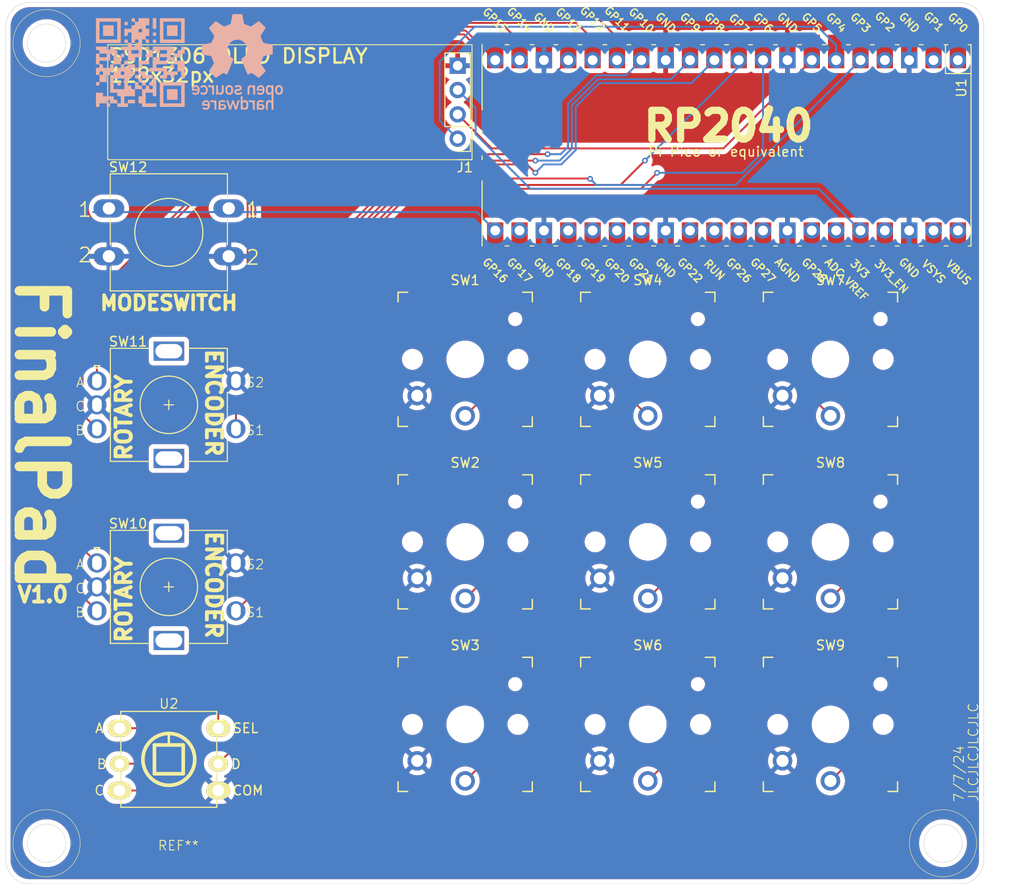
<source format=kicad_pcb>
(kicad_pcb (version 20240108) (generator "pcbnew") (generator_version "8.0")
  (title_block (title "FinalPad") (date "2024-07-06") (rev "1.0") (company "Shawn Malluwa-Wadu"))
  (layers (0 "F.Cu" signal) (31 "B.Cu" signal) (34 "B.Paste" user) (35 "F.Paste" user) (36 "B.SilkS" user "B.Silkscreen") (37 "F.SilkS" user "F.Silkscreen") (38 "B.Mask" user) (39 "F.Mask" user) (44 "Edge.Cuts" user))
  (net 0 "")
  (net 1 "GND")
  (net 2 "Net-(U1-GPIO17)")
  (net 3 "Net-(U1-GPIO20)")
  (net 4 "Net-(U1-GPIO26_ADC0)")
  (net 5 "Net-(U1-GPIO18)")
  (net 6 "Net-(U1-GPIO21)")
  (net 7 "Net-(U1-GPIO27_ADC1)")
  (net 8 "Net-(U1-GPIO19)")
  (net 9 "Net-(U1-GPIO22)")
  (net 10 "Net-(U1-GPIO28_ADC2)")
  (net 11 "Net-(U1-GPIO9)")
  (net 12 "Net-(U1-GPIO7)")
  (net 13 "Net-(U1-GPIO8)")
  (net 14 "Net-(U1-GPIO6)")
  (net 15 "Net-(U1-GPIO3)")
  (net 16 "Net-(J1-Pin_1)")
  (net 17 "Net-(J1-Pin_2)")
  (net 18 "3v3")
  (net 19 "Net-(U1-GPIO12)")
  (net 20 "Net-(U1-GPIO10)")
  (net 21 "Net-(U1-GPIO11)")
  (net 22 "Net-(U1-GPIO14)")
  (net 23 "Net-(U1-GPIO15)")
  (net 24 "Net-(U1-GPIO13)")
  (net 25 "Net-(U1-GPIO16)")
  (footprint "Macropad_Library:SW_PG1350" (layer "F.Cu") (at 212.55 96.8)
    (property "Reference" "SW8" (at 0 -8.255 0) (layer "F.SilkS"))
    (property "Value" "Kailh Choc")
    (pad "" np_thru_hole circle (at -5.5 0) (size 1.7018 1.7018) (drill 1.7018) (layers "*.Cu" "*.Mask"))
    (pad "" np_thru_hole circle (at 0 0) (size 3.429 3.429) (drill 3.429) (layers "*.Cu" "*.Mask"))
    (pad "" np_thru_hole circle (at 5.22 -4.2) (size 0.9906 0.9906) (drill 0.9906) (layers "*.Cu" "*.Mask"))
    (pad "" np_thru_hole circle (at 5.5 0) (size 1.7018 1.7018) (drill 1.7018) (layers "*.Cu" "*.Mask"))
    (pad "1" thru_hole circle (at 0 5.9) (size 2.032 2.032) (drill 1.27) (layers "*.Cu" "*.Mask") (net 9 "Net-(U1-GPIO22)"))
    (pad "2" thru_hole circle (at -5 3.8) (size 2.032 2.032) (drill 1.27) (layers "*.Cu" "*.Mask") (net 1 "GND"))
  )
  (footprint "Macropad_Library:RotaryEncoder" (layer "F.Cu") (at 143.54 82.5)
    (property "Reference" "SW11" (at -4.25 -6.6 0) (layer "F.SilkS"))
    (property "Value" "RotaryEncoder_Switch")
    (fp_text user "ENCODER" (at 3.75 -6 -90) (layer "F.SilkS") (effects (font (size 1.6 1.6) (thickness 0.4) (bold yes)) (justify left bottom)))
    (fp_text user "A" (at -9.25 -1.75 0) (layer "F.SilkS") (effects (font (thickness 0.1)) (justify bottom)))
    (fp_text user "B" (at -9.25 3.25 0) (layer "F.SilkS") (effects (font (thickness 0.1)) (justify bottom)))
    (fp_text user "S2" (at 9 -1.75 0) (layer "F.SilkS") (effects (font (thickness 0.1)) (justify bottom)))
    (fp_text user "C" (at -9.25 0.75 0) (layer "F.SilkS") (effects (font (thickness 0.1)) (justify bottom)))
    (fp_text user "S1" (at 9 3.25 0) (layer "F.SilkS") (effects (font (thickness 0.1)) (justify bottom)))
    (fp_text user "ROTARY" (at -3.75 6 90) (layer "F.SilkS") (effects (font (size 1.6 1.6) (thickness 0.4) (bold yes)) (justify left bottom)))
    (pad "A" thru_hole circle (at -7.5 -2.5) (size 2 2) (drill oval 1 1.5) (layers "*.Cu" "*.Mask") (net 23 "Net-(U1-GPIO15)"))
    (pad "B" thru_hole circle (at -7.5 2.5) (size 2 2) (drill oval 1 1.5) (layers "*.Cu" "*.Mask") (net 22 "Net-(U1-GPIO14)"))
    (pad "C" thru_hole circle (at -7.5 0) (size 2 2) (drill oval 1 1.5) (layers "*.Cu" "*.Mask") (net 1 "GND"))
    (pad "MP" thru_hole rect (at 0 -5.6) (size 3.2 2) (drill oval 2.8 1.5) (layers "*.Cu" "*.Mask"))
    (pad "MP" thru_hole rect (at 0 5.6) (size 3.2 2) (drill oval 2.8 1.5) (layers "*.Cu" "*.Mask"))
    (pad "S1" thru_hole circle (at 7 2.5) (size 2 2) (drill oval 1 1.5) (layers "*.Cu" "*.Mask") (net 24 "Net-(U1-GPIO13)"))
    (pad "S2" thru_hole circle (at 7 -2.5) (size 2 2) (drill oval 1 1.5) (layers "*.Cu" "*.Mask") (net 1 "GND"))
  )
  (footprint "Macropad_Library:SW_PG1350" (layer "F.Cu") (at 193.5 77.75)
    (property "Reference" "SW4" (at 0 -8.255 0) (layer "F.SilkS"))
    (property "Value" "Kailh Choc")
    (pad "" np_thru_hole circle (at -5.5 0) (size 1.7018 1.7018) (drill 1.7018) (layers "*.Cu" "*.Mask"))
    (pad "" np_thru_hole circle (at 0 0) (size 3.429 3.429) (drill 3.429) (layers "*.Cu" "*.Mask"))
    (pad "" np_thru_hole circle (at 5.22 -4.2) (size 0.9906 0.9906) (drill 0.9906) (layers "*.Cu" "*.Mask"))
    (pad "" np_thru_hole circle (at 5.5 0) (size 1.7018 1.7018) (drill 1.7018) (layers "*.Cu" "*.Mask"))
    (pad "1" thru_hole circle (at 0 5.9) (size 2.032 2.032) (drill 1.27) (layers "*.Cu" "*.Mask") (net 5 "Net-(U1-GPIO18)"))
    (pad "2" thru_hole circle (at -5 3.8) (size 2.032 2.032) (drill 1.27) (layers "*.Cu" "*.Mask") (net 1 "GND"))
  )
  (footprint "Macropad_Library:SW_PG1350" (layer "F.Cu") (at 174.45 96.8)
    (property "Reference" "SW2" (at 0 -8.255 0) (layer "F.SilkS"))
    (property "Value" "Kailh Choc")
    (pad "" np_thru_hole circle (at -5.5 0) (size 1.7018 1.7018) (drill 1.7018) (layers "*.Cu" "*.Mask"))
    (pad "" np_thru_hole circle (at 0 0) (size 3.429 3.429) (drill 3.429) (layers "*.Cu" "*.Mask"))
    (pad "" np_thru_hole circle (at 5.22 -4.2) (size 0.9906 0.9906) (drill 0.9906) (layers "*.Cu" "*.Mask"))
    (pad "" np_thru_hole circle (at 5.5 0) (size 1.7018 1.7018) (drill 1.7018) (layers "*.Cu" "*.Mask"))
    (pad "1" thru_hole circle (at 0 5.9) (size 2.032 2.032) (drill 1.27) (layers "*.Cu" "*.Mask") (net 3 "Net-(U1-GPIO20)"))
    (pad "2" thru_hole circle (at -5 3.8) (size 2.032 2.032) (drill 1.27) (layers "*.Cu" "*.Mask") (net 1 "GND"))
  )
  (footprint "Macropad_Library:RotaryEncoder" (layer "F.Cu") (at 143.54 101.5)
    (property "Reference" "SW10" (at -4.25 -6.6 0) (layer "F.SilkS"))
    (property "Value" "RotaryEncoder_Switch")
    (fp_text user "S1" (at 9 3.25 0) (layer "F.SilkS") (effects (font (thickness 0.1)) (justify bottom)))
    (fp_text user "C" (at -9.25 0.75 0) (layer "F.SilkS") (effects (font (thickness 0.1)) (justify bottom)))
    (fp_text user "A" (at -9.25 -1.75 0) (layer "F.SilkS") (effects (font (thickness 0.1)) (justify bottom)))
    (fp_text user "B" (at -9.25 3.25 0) (layer "F.SilkS") (effects (font (thickness 0.1)) (justify bottom)))
    (fp_text user "S2" (at 9 -1.75 0) (layer "F.SilkS") (effects (font (thickness 0.1)) (justify bottom)))
    (fp_text user "ROTARY" (at -3.75 6 90) (layer "F.SilkS") (effects (font (size 1.6 1.6) (thickness 0.4) (bold yes)) (justify left bottom)))
    (fp_text user "ENCODER" (at 3.75 -6 -90) (layer "F.SilkS") (effects (font (size 1.6 1.6) (thickness 0.4) (bold yes)) (justify left bottom)))
    (pad "A" thru_hole circle (at -7.5 -2.5) (size 2 2) (drill oval 1 1.5) (layers "*.Cu" "*.Mask") (net 19 "Net-(U1-GPIO12)"))
    (pad "B" thru_hole circle (at -7.5 2.5) (size 2 2) (drill oval 1 1.5) (layers "*.Cu" "*.Mask") (net 21 "Net-(U1-GPIO11)"))
    (pad "C" thru_hole circle (at -7.5 0) (size 2 2) (drill oval 1 1.5) (layers "*.Cu" "*.Mask") (net 1 "GND"))
    (pad "MP" thru_hole rect (at 0 -5.6) (size 3.2 2) (drill oval 2.8 1.5) (layers "*.Cu" "*.Mask"))
    (pad "MP" thru_hole rect (at 0 5.6) (size 3.2 2) (drill oval 2.8 1.5) (layers "*.Cu" "*.Mask"))
    (pad "S1" thru_hole circle (at 7 2.5) (size 2 2) (drill oval 1 1.5) (layers "*.Cu" "*.Mask") (net 20 "Net-(U1-GPIO10)"))
    (pad "S2" thru_hole circle (at 7 -2.5) (size 2 2) (drill oval 1 1.5) (layers "*.Cu" "*.Mask") (net 1 "GND"))
  )
  (footprint "Macropad_Library:SW_PG1350" (layer "F.Cu") (at 193.5 96.8)
    (property "Reference" "SW5" (at 0 -8.255 0) (layer "F.SilkS"))
    (property "Value" "CherryMX")
    (pad "" np_thru_hole circle (at -5.5 0) (size 1.7018 1.7018) (drill 1.7018) (layers "*.Cu" "*.Mask"))
    (pad "" np_thru_hole circle (at 0 0) (size 3.429 3.429) (drill 3.429) (layers "*.Cu" "*.Mask"))
    (pad "" np_thru_hole circle (at 5.22 -4.2) (size 0.9906 0.9906) (drill 0.9906) (layers "*.Cu" "*.Mask"))
    (pad "" np_thru_hole circle (at 5.5 0) (size 1.7018 1.7018) (drill 1.7018) (layers "*.Cu" "*.Mask"))
    (pad "1" thru_hole circle (at 0 5.9) (size 2.032 2.032) (drill 1.27) (layers "*.Cu" "*.Mask") (net 6 "Net-(U1-GPIO21)"))
    (pad "2" thru_hole circle (at -5 3.8) (size 2.032 2.032) (drill 1.27) (layers "*.Cu" "*.Mask") (net 1 "GND"))
  )
  (footprint "Macropad_Library:Macropad_EdgeCut" (layer "F.Cu") (at 128.54 40.5)
    (property "Reference" "REF**" (at 16 88 0) (layer "F.SilkS") (effects (font (thickness 0.1))))
    (property "Value" "Macropad_EdgeCut")
    (fp_line (start -2 89.5) (end -2 2.5) (stroke (width 0.05)) (layer "Edge.Cuts"))
    (fp_line (start 0.5 0) (end 97.5 0) (stroke (width 0.05)) (layer "Edge.Cuts"))
    (fp_line (start 97.5 92) (end 0.5 92) (stroke (width 0.05)) (layer "Edge.Cuts"))
    (fp_line (start 100 2.5) (end 100 89.5) (stroke (width 0.05)) (layer "Edge.Cuts"))
    (fp_arc (start -2 2.5) (mid -1.267767 0.732233) (end 0.5 0) (stroke (width 0.05)) (layer "Edge.Cuts"))
    (fp_arc (start 0.5 92) (mid -1.267767 91.267767) (end -2 89.5) (stroke (width 0.05)) (layer "Edge.Cuts"))
    (fp_arc (start 97.5 0) (mid 99.267767 0.732233) (end 100 2.5) (stroke (width 0.05)) (layer "Edge.Cuts"))
    (fp_arc (start 100 89.5) (mid 99.267767 91.267767) (end 97.5 92) (stroke (width 0.05)) (layer "Edge.Cuts"))
    (fp_circle (center 2.25 4.25) (end 4.25 4.25) (stroke (width 0.05)) (fill none) (layer "Edge.Cuts"))
    (fp_circle (center 2.25 87.75) (end 4.25 87.75) (stroke (width 0.05)) (fill none) (layer "Edge.Cuts"))
    (fp_circle (center 95.75 87.75) (end 97.75 87.75) (stroke (width 0.05)) (fill none) (layer "Edge.Cuts"))
    (fp_text user "FinalPad" (at -1.25 28.25 -90) (layer "F.SilkS") (effects (font (size 5 5) (thickness 1) (bold yes)) (justify left bottom)))
    (fp_text user "7/7/24" (at 98 80.5 90) (layer "F.SilkS") (effects (font (thickness 0.1)) (justify bottom)))
    (fp_text user "V1.0" (at -1 62.75 0) (layer "F.SilkS") (effects (font (size 1.6 1.6) (thickness 0.4) (bold yes)) (justify left bottom)))
    (fp_text user "JLCJLCJLCJLC" (at 99.5 78.25 90) (layer "F.SilkS") (effects (font (thickness 0.1)) (justify bottom)))
  )
  (footprint "Macropad_Library:SSD1306" (layer "F.Cu") (at 173.664936 54.725958 180)
    (property "Reference" "J1" (at -0.75 -3 180) (layer "F.SilkS"))
    (property "Value" "Conn_01x04_Socket" (hide yes))
    (fp_text user "128x32px" (at 36.5 5.75 0) (layer "F.SilkS") (effects (font (size 1.5 1.5) (thickness 0.25) (bold yes)) (justify left bottom)))
    (fp_text user "SSD1306 OLED DISPLAY" (at 36.5 7.75 0) (layer "F.SilkS") (effects (font (size 1.5 1.5) (thickness 0.25) (bold yes)) (justify left bottom)))
    (pad "1" thru_hole circle (at 0 0 180) (size 1.7 1.7) (drill 1) (layers "*.Cu" "*.Mask") (net 16 "Net-(J1-Pin_1)"))
    (pad "2" thru_hole circle (at 0 2.54 180) (size 1.7 1.7) (drill 1) (layers "*.Cu" "*.Mask") (net 17 "Net-(J1-Pin_2)"))
    (pad "3" thru_hole oval (at 0 5.08 180) (size 1.7 1.7) (drill 1) (layers "*.Cu" "*.Mask") (net 18 "3v3"))
    (pad "4" thru_hole rect (at 0 7.62 180) (size 1.7 1.7) (drill 1) (layers "*.Cu" "*.Mask") (net 1 "GND"))
  )
  (footprint "Macropad_Library:SW_PG1350" (layer "F.Cu") (at 174.45 115.85)
    (property "Reference" "SW3" (at 0 -8.255 0) (layer "F.SilkS"))
    (property "Value" "Kailh Choc")
    (pad "" np_thru_hole circle (at -5.5 0) (size 1.7018 1.7018) (drill 1.7018) (layers "*.Cu" "*.Mask"))
    (pad "" np_thru_hole circle (at 0 0) (size 3.429 3.429) (drill 3.429) (layers "*.Cu" "*.Mask"))
    (pad "" np_thru_hole circle (at 5.22 -4.2) (size 0.9906 0.9906) (drill 0.9906) (layers "*.Cu" "*.Mask"))
    (pad "" np_thru_hole circle (at 5.5 0) (size 1.7018 1.7018) (drill 1.7018) (layers "*.Cu" "*.Mask"))
    (pad "1" thru_hole circle (at 0 5.9) (size 2.032 2.032) (drill 1.27) (layers "*.Cu" "*.Mask") (net 4 "Net-(U1-GPIO26_ADC0)"))
    (pad "2" thru_hole circle (at -5 3.8) (size 2.032 2.032) (drill 1.27) (layers "*.Cu" "*.Mask") (net 1 "GND"))
  )
  (footprint "Macropad_Library:SW_PG1350" (layer "F.Cu") (at 212.55 77.75)
    (property "Reference" "SW7" (at 0 -8.255 0) (layer "F.SilkS"))
    (property "Value" "Kailh Choc")
    (pad "" np_thru_hole circle (at -5.5 0) (size 1.7018 1.7018) (drill 1.7018) (layers "*.Cu" "*.Mask"))
    (pad "" np_thru_hole circle (at 0 0) (size 3.429 3.429) (drill 3.429) (layers "*.Cu" "*.Mask"))
    (pad "" np_thru_hole circle (at 5.22 -4.2) (size 0.9906 0.9906) (drill 0.9906) (layers "*.Cu" "*.Mask"))
    (pad "" np_thru_hole circle (at 5.5 0) (size 1.7018 1.7018) (drill 1.7018) (layers "*.Cu" "*.Mask"))
    (pad "1" thru_hole circle (at 0 5.9) (size 2.032 2.032) (drill 1.27) (layers "*.Cu" "*.Mask") (net 8 "Net-(U1-GPIO19)"))
    (pad "2" thru_hole circle (at -5 3.8) (size 2.032 2.032) (drill 1.27) (layers "*.Cu" "*.Mask") (net 1 "GND"))
  )
  (footprint "Macropad_Library:SW_PG1350" (layer "F.Cu") (at 193.5 115.85)
    (property "Reference" "SW6" (at 0 -8.255 0) (layer "F.SilkS"))
    (property "Value" "Kailh Choc")
    (pad "" np_thru_hole circle (at -5.5 0) (size 1.7018 1.7018) (drill 1.7018) (layers "*.Cu" "*.Mask"))
    (pad "" np_thru_hole circle (at 0 0) (size 3.429 3.429) (drill 3.429) (layers "*.Cu" "*.Mask"))
    (pad "" np_thru_hole circle (at 5.22 -4.2) (size 0.9906 0.9906) (drill 0.9906) (layers "*.Cu" "*.Mask"))
    (pad "" np_thru_hole circle (at 5.5 0) (size 1.7018 1.7018) (drill 1.7018) (layers "*.Cu" "*.Mask"))
    (pad "1" thru_hole circle (at 0 5.9) (size 2.032 2.032) (drill 1.27) (layers "*.Cu" "*.Mask") (net 7 "Net-(U1-GPIO27_ADC1)"))
    (pad "2" thru_hole circle (at -5 3.8) (size 2.032 2.032) (drill 1.27) (layers "*.Cu" "*.Mask") (net 1 "GND"))
  )
  (footprint "Macropad_Library:SW_PG1350" (layer "F.Cu") (at 212.55 115.85)
    (property "Reference" "SW9" (at 0 -8.255 0) (layer "F.SilkS"))
    (property "Value" "Kailh Choc")
    (pad "" np_thru_hole circle (at -5.5 0) (size 1.7018 1.7018) (drill 1.7018) (layers "*.Cu" "*.Mask"))
    (pad "" np_thru_hole circle (at 0 0) (size 3.429 3.429) (drill 3.429) (layers "*.Cu" "*.Mask"))
    (pad "" np_thru_hole circle (at 5.22 -4.2) (size 0.9906 0.9906) (drill 0.9906) (layers "*.Cu" "*.Mask"))
    (pad "" np_thru_hole circle (at 5.5 0) (size 1.7018 1.7018) (drill 1.7018) (layers "*.Cu" "*.Mask"))
    (pad "1" thru_hole circle (at 0 5.9) (size 2.032 2.032) (drill 1.27) (layers "*.Cu" "*.Mask") (net 10 "Net-(U1-GPIO28_ADC2)"))
    (pad "2" thru_hole circle (at -5 3.8) (size 2.032 2.032) (drill 1.27) (layers "*.Cu" "*.Mask") (net 1 "GND"))
  )
  (footprint "Macropad_Library:SW_PUSH-12mm" (layer "F.Cu") (at 143.54 64.5)
    (property "Reference" "SW12" (at -4.25 -6.8 0) (layer "F.SilkS"))
    (property "Value" "SW_Push")
    (fp_text user "1" (at 8.75 -1.5 0) (layer "F.SilkS") (effects (font (size 1.5 1.5)) (justify bottom)))
    (fp_text user "2" (at -8.75 3.25 0) (layer "F.SilkS") (effects (font (size 1.5 1.5)) (justify bottom)))
    (fp_text user "1" (at -8.75 -1.5 0) (layer "F.SilkS") (effects (font (size 1.5 1.5)) (justify bottom)))
    (fp_text user "2" (at 8.75 3.5 0) (layer "F.SilkS") (effects (font (size 1.5 1.5)) (justify bottom)))
    (fp_text user "MODESWITCH" (at 0 8.25 0) (layer "F.SilkS") (effects (font (size 1.5 1.5) (thickness 0.375) (bold yes)) (justify bottom)))
    (pad "1" thru_hole oval (at -6.25 -2.5) (size 3.2 1.9) (drill 1.3) (layers "*.Cu" "*.Mask") (net 25 "Net-(U1-GPIO16)"))
    (pad "1" thru_hole oval (at 6.25 -2.5) (size 3.2 1.9) (drill 1.3) (layers "*.Cu" "*.Mask") (net 25 "Net-(U1-GPIO16)"))
    (pad "2" thru_hole oval (at -6.25 2.5) (size 3.2 1.9) (drill 1.3) (layers "*.Cu" "*.Mask") (net 1 "GND"))
    (pad "2" thru_hole oval (at 6.25 2.5) (size 3.2 1.9) (drill 1.3) (layers "*.Cu" "*.Mask") (net 1 "GND"))
  )
  (footprint "Macropad_Library:SW_PG1350" (layer "F.Cu") (at 174.45 77.75)
    (property "Reference" "SW1" (at 0 -8.255 0) (layer "F.SilkS"))
    (property "Value" "Kailh Choc")
    (pad "" np_thru_hole circle (at -5.5 0) (size 1.7018 1.7018) (drill 1.7018) (layers "*.Cu" "*.Mask"))
    (pad "" np_thru_hole circle (at 0 0) (size 3.429 3.429) (drill 3.429) (layers "*.Cu" "*.Mask"))
    (pad "" np_thru_hole circle (at 5.22 -4.2) (size 0.9906 0.9906) (drill 0.9906) (layers "*.Cu" "*.Mask"))
    (pad "" np_thru_hole circle (at 5.5 0) (size 1.7018 1.7018) (drill 1.7018) (layers "*.Cu" "*.Mask"))
    (pad "1" thru_hole circle (at 0 5.9) (size 2.032 2.032) (drill 1.27) (layers "*.Cu" "*.Mask") (net 2 "Net-(U1-GPIO17)"))
    (pad "2" thru_hole circle (at -5 3.8) (size 2.032 2.032) (drill 1.27) (layers "*.Cu" "*.Mask") (net 1 "GND"))
  )
  (footprint "Macropad_Library:RPi_Pico_SMD_TH" (layer "F.Cu") (at 201.712 55.417 -90)
    (property "Reference" "U1" (at -6 -24.5 90) (layer "F.SilkS"))
    (property "Value" "Pico")
    (fp_text user "GP22" (at 13.054 3.81 135) (layer "F.SilkS") (effects (font (size 0.8 0.8))))
    (fp_text user "GP9" (at -12.8 3.81 135) (layer "F.SilkS") (effects (font (size 0.8 0.8))))
    (fp_text user "GP19" (at 13.054 13.97 135) (layer "F.SilkS") (effects (font (size 0.8 0.8))))
    (fp_text user "GP13" (at -13.054 16.51 135) (layer "F.SilkS") (effects (font (size 0.8 0.8))))
    (fp_text user "GND" (at -12.8 -19.05 135) (layer "F.SilkS") (effects (font (size 0.8 0.8))))
    (fp_text user "3V3_EN" (at 13.7 -17.2 135) (layer "F.SilkS") (effects (font (size 0.8 0.8))))
    (fp_text user "GP15" (at -13.054 24.13 135) (layer "F.SilkS") (effects (font (size 0.8 0.8))))
    (fp_text user "GP26" (at 13.054 -1.27 135) (layer "F.SilkS") (effects (font (size 0.8 0.8))))
    (fp_text user "GP7" (at -12.7 -1.3 135) (layer "F.SilkS") (effects (font (size 0.8 0.8))))
    (fp_text user "GP0" (at -12.8 -24.13 135) (layer "F.SilkS") (effects (font (size 0.8 0.8))))
    (fp_text user "GND" (at 12.8 -19.05 135) (layer "F.SilkS") (effects (font (size 0.8 0.8))))
    (fp_text user "Pi Pico or equivalent" (at 1.25 8.25 0) (layer "F.SilkS") (effects (justify left bottom)))
    (fp_text user "GP3" (at -12.8 -13.97 135) (layer "F.SilkS") (effects (font (size 0.8 0.8))))
    (fp_text user "GP28" (at 13.054 -9.144 135) (layer "F.SilkS") (effects (font (size 0.8 0.8))))
    (fp_text user "GND" (at 12.8 6.35 135) (layer "F.SilkS") (effects (font (size 0.8 0.8))))
    (fp_text user "GP27" (at 13.054 -3.8 135) (layer "F.SilkS") (effects (font (size 0.8 0.8))))
    (fp_text user "GND" (at -12.8 19.05 135) (layer "F.SilkS") (effects (font (size 0.8 0.8))))
    (fp_text user "GP18" (at 13.054 16.51 135) (layer "F.SilkS") (effects (font (size 0.8 0.8))))
    (fp_text user "GND" (at -12.8 -6.35 135) (layer "F.SilkS") (effects (font (size 0.8 0.8))))
    (fp_text user "GP20" (at 13.054 11.43 135) (layer "F.SilkS") (effects (font (size 0.8 0.8))))
    (fp_text user "GP14" (at -13.1 21.59 135) (layer "F.SilkS") (effects (font (size 0.8 0.8))))
    (fp_text user "GP4" (at -12.8 -11.43 135) (layer "F.SilkS") (effects (font (size 0.8 0.8))))
    (fp_text user "ADC_VREF" (at 14 -12.5 135) (layer "F.SilkS") (effects (font (size 0.8 0.8))))
    (fp_text user "VBUS" (at 13.3 -24.2 135) (layer "F.SilkS") (effects (font (size 0.8 0.8))))
    (fp_text user "GP21" (at 13.054 8.9 135) (layer "F.SilkS") (effects (font (size 0.8 0.8))))
    (fp_text user "GP10" (at -13.054 8.89 135) (layer "F.SilkS") (effects (font (size 0.8 0.8))))
    (fp_text user "GND" (at -12.8 6.35 135) (layer "F.SilkS") (effects (font (size 0.8 0.8))))
    (fp_text user "GND" (at 12.8 19.05 135) (layer "F.SilkS") (effects (font (size 0.8 0.8))))
    (fp_text user "GP16" (at 13.054 24.13 135) (layer "F.SilkS") (effects (font (size 0.8 0.8))))
    (fp_text user "GP11" (at -13.2 11.43 135) (layer "F.SilkS") (effects (font (size 0.8 0.8))))
    (fp_text user "GP8" (at -12.8 1.27 135) (layer "F.SilkS") (effects (font (size 0.8 0.8))))
    (fp_text user "GP6" (at -12.8 -3.81 135) (layer "F.SilkS") (effects (font (size 0.8 0.8))))
    (fp_text user "GP2" (at -12.9 -16.51 135) (layer "F.SilkS") (effects (font (size 0.8 0.8))))
    (fp_text user "GP5" (at -12.8 -8.89 135) (layer "F.SilkS") (effects (font (size 0.8 0.8))))
    (fp_text user "AGND" (at 13.054 -6.35 135) (layer "F.SilkS") (effects (font (size 0.8 0.8))))
    (fp_text user "GP17" (at 13.054 21.59 135) (layer "F.SilkS") (effects (font (size 0.8 0.8))))
    (fp_text user "GP12" (at -13.2 13.97 135) (layer "F.SilkS") (effects (font (size 0.8 0.8))))
    (fp_text user "RUN" (at 13 1.27 135) (layer "F.SilkS") (effects (font (size 0.8 0.8))))
    (fp_text user "3V3" (at 12.9 -13.9 135) (layer "F.SilkS") (effects (font (size 0.8 0.8))))
    (fp_text user "VSYS" (at 13.2 -21.59 135) (layer "F.SilkS") (effects (font (size 0.8 0.8))))
    (fp_text user "RP2040" (at -0.25 9 0) (layer "F.SilkS") (effects (font (size 3 3) (thickness 0.75) (bold yes)) (justify left bottom)))
    (fp_text user "GP1" (at -12.9 -21.6 135) (layer "F.SilkS") (effects (font (size 0.8 0.8))))
    (pad "1" thru_hole oval (at -8.89 -24.13 270) (size 1.7 1.7) (drill 1.02) (layers "*.Cu" "*.Mask"))
    (pad "1" smd rect (at -8.89 -24.13 270) (size 3.5 1.7) (drill (offset -0.9 0)) (layers "F.Cu" "F.Mask"))
    (pad "2" thru_hole oval (at -8.89 -21.59 270) (size 1.7 1.7) (drill 1.02) (layers "*.Cu" "*.Mask"))
    (pad "2" smd rect (at -8.89 -21.59 270) (size 3.5 1.7) (drill (offset -0.9 0)) (layers "F.Cu" "F.Mask"))
    (pad "3" thru_hole rect (at -8.89 -19.05 270) (size 1.7 1.7) (drill 1.02) (layers "*.Cu" "*.Mask") (net 1 "GND"))
    (pad "3" smd rect (at -8.89 -19.05 270) (size 3.5 1.7) (drill (offset -0.9 0)) (layers "F.Cu" "F.Mask") (net 1 "GND"))
    (pad "4" thru_hole oval (at -8.89 -16.51 270) (size 1.7 1.7) (drill 1.02) (layers "*.Cu" "*.Mask"))
    (pad "4" smd rect (at -8.89 -16.51 270) (size 3.5 1.7) (drill (offset -0.9 0)) (layers "F.Cu" "F.Mask"))
    (pad "5" thru_hole oval (at -8.89 -13.97 270) (size 1.7 1.7) (drill 1.02) (layers "*.Cu" "*.Mask") (net 15 "Net-(U1-GPIO3)"))
    (pad "5" smd rect (at -8.89 -13.97 270) (size 3.5 1.7) (drill (offset -0.9 0)) (layers "F.Cu" "F.Mask") (net 15 "Net-(U1-GPIO3)"))
    (pad "6" thru_hole oval (at -8.89 -11.43 270) (size 1.7 1.7) (drill 1.02) (layers "*.Cu" "*.Mask") (net 16 "Net-(J1-Pin_1)"))
    (pad "6" smd rect (at -8.89 -11.43 270) (size 3.5 1.7) (drill (offset -0.9 0)) (layers "F.Cu" "F.Mask") (net 16 "Net-(J1-Pin_1)"))
    (pad "7" thru_hole oval (at -8.89 -8.89 270) (size 1.7 1.7) (drill 1.02) (layers "*.Cu" "*.Mask") (net 17 "Net-(J1-Pin_2)"))
    (pad "7" smd rect (at -8.89 -8.89 270) (size 3.5 1.7) (drill (offset -0.9 0)) (layers "F.Cu" "F.Mask") (net 17 "Net-(J1-Pin_2)"))
    (pad "8" thru_hole rect (at -8.89 -6.35 270) (size 1.7 1.7) (drill 1.02) (layers "*.Cu" "*.Mask") (net 1 "GND"))
    (pad "8" smd rect (at -8.89 -6.35 270) (size 3.5 1.7) (drill (offset -0.9 0)) (layers "F.Cu" "F.Mask") (net 1 "GND"))
    (pad "9" thru_hole oval (at -8.89 -3.81 270) (size 1.7 1.7) (drill 1.02) (layers "*.Cu" "*.Mask") (net 14 "Net-(U1-GPIO6)"))
    (pad "9" smd rect (at -8.89 -3.81 270) (size 3.5 1.7) (drill (offset -0.9 0)) (layers "F.Cu" "F.Mask") (net 14 "Net-(U1-GPIO6)"))
    (pad "10" thru_hole oval (at -8.89 -1.27 270) (size 1.7 1.7) (drill 1.02) (layers "*.Cu" "*.Mask") (net 12 "Net-(U1-GPIO7)"))
    (pad "10" smd rect (at -8.89 -1.27 270) (size 3.5 1.7) (drill (offset -0.9 0)) (layers "F.Cu" "F.Mask") (net 12 "Net-(U1-GPIO7)"))
    (pad "11" thru_hole oval (at -8.89 1.27 270) (size 1.7 1.7) (drill 1.02) (layers "*.Cu" "*.Mask") (net 13 "Net-(U1-GPIO8)"))
    (pad "11" smd rect (at -8.89 1.27 270) (size 3.5 1.7) (drill (offset -0.9 0)) (layers "F.Cu" "F.Mask") (net 13 "Net-(U1-GPIO8)"))
    (pad "12" thru_hole oval (at -8.89 3.81 270) (size 1.7 1.7) (drill 1.02) (layers "*.Cu" "*.Mask") (net 11 "Net-(U1-GPIO9)"))
    (pad "12" smd rect (at -8.89 3.81 270) (size 3.5 1.7) (drill (offset -0.9 0)) (layers "F.Cu" "F.Mask") (net 11 "Net-(U1-GPIO9)"))
    (pad "13" thru_hole rect (at -8.89 6.35 270) (size 1.7 1.7) (drill 1.02) (layers "*.Cu" "*.Mask") (net 1 "GND"))
    (pad "13" smd rect (at -8.89 6.35 270) (size 3.5 1.7) (drill (offset -0.9 0)) (layers "F.Cu" "F.Mask") (net 1 "GND"))
    (pad "14" thru_hole oval (at -8.89 8.89 270) (size 1.7 1.7) (drill 1.02) (layers "*.Cu" "*.Mask") (net 20 "Net-(U1-GPIO10)"))
    (pad "14" smd rect (at -8.89 8.89 270) (size 3.5 1.7) (drill (offset -0.9 0)) (layers "F.Cu" "F.Mask") (net 20 "Net-(U1-GPIO10)"))
    (pad "15" thru_hole oval (at -8.89 11.43 270) (size 1.7 1.7) (drill 1.02) (layers "*.Cu" "*.Mask") (net 21 "Net-(U1-GPIO11)"))
    (pad "15" smd rect (at -8.89 11.43 270) (size 3.5 1.7) (drill (offset -0.9 0)) (layers "F.Cu" "F.Mask") (net 21 "Net-(U1-GPIO11)"))
    (pad "16" thru_hole oval (at -8.89 13.97 270) (size 1.7 1.7) (drill 1.02) (layers "*.Cu" "*.Mask") (net 19 "Net-(U1-GPIO12)"))
    (pad "16" smd rect (at -8.89 13.97 270) (size 3.5 1.7) (drill (offset -0.9 0)) (layers "F.Cu" "F.Mask") (net 19 "Net-(U1-GPIO12)"))
    (pad "17" thru_hole oval (at -8.89 16.51 270) (size 1.7 1.7) (drill 1.02) (layers "*.Cu" "*.Mask") (net 24 "Net-(U1-GPIO13)"))
    (pad "17" smd rect (at -8.89 16.51 270) (size 3.5 1.7) (drill (offset -0.9 0)) (layers "F.Cu" "F.Mask") (net 24 "Net-(U1-GPIO13)"))
    (pad "18" thru_hole rect (at -8.89 19.05 270) (size 1.7 1.7) (drill 1.02) (layers "*.Cu" "*.Mask") (net 1 "GND"))
    (pad "18" smd rect (at -8.89 19.05 270) (size 3.5 1.7) (drill (offset -0.9 0)) (layers "F.Cu" "F.Mask") (net 1 "GND"))
    (pad "19" thru_hole oval (at -8.89 21.59 270) (size 1.7 1.7) (drill 1.02) (layers "*.Cu" "*.Mask") (net 22 "Net-(U1-GPIO14)"))
    (pad "19" smd rect (at -8.89 21.59 270) (size 3.5 1.7) (drill (offset -0.9 0)) (layers "F.Cu" "F.Mask") (net 22 "Net-(U1-GPIO14)"))
    (pad "20" thru_hole oval (at -8.89 24.13 270) (size 1.7 1.7) (drill 1.02) (layers "*.Cu" "*.Mask") (net 23 "Net-(U1-GPIO15)"))
    (pad "20" smd rect (at -8.89 24.13 270) (size 3.5 1.7) (drill (offset -0.9 0)) (layers "F.Cu" "F.Mask") (net 23 "Net-(U1-GPIO15)"))
    (pad "21" thru_hole oval (at 8.89 24.13 270) (size 1.7 1.7) (drill 1.02) (layers "*.Cu" "*.Mask") (net 25 "Net-(U1-GPIO16)"))
    (pad "21" smd rect (at 8.89 24.13 270) (size 3.5 1.7) (drill (offset 0.9 0)) (layers "F.Cu" "F.Mask") (net 25 "Net-(U1-GPIO16)"))
    (pad "22" thru_hole oval (at 8.89 21.59 270) (size 1.7 1.7) (drill 1.02) (layers "*.Cu" "*.Mask") (net 2 "Net-(U1-GPIO17)"))
    (pad "22" smd rect (at 8.89 21.59 270) (size 3.5 1.7) (drill (offset 0.9 0)) (layers "F.Cu" "F.Mask") (net 2 "Net-(U1-GPIO17)"))
    (pad "23" thru_hole rect (at 8.89 19.05 270) (size 1.7 1.7) (drill 1.02) (layers "*.Cu" "*.Mask") (net 1 "GND"))
    (pad "23" smd rect (at 8.89 19.05 270) (size 3.5 1.7) (drill (offset 0.9 0)) (layers "F.Cu" "F.Mask") (net 1 "GND"))
    (pad "24" thru_hole oval (at 8.89 16.51 270) (size 1.7 1.7) (drill 1.02) (layers "*.Cu" "*.Mask") (net 5 "Net-(U1-GPIO18)"))
    (pad "24" smd rect (at 8.89 16.51 270) (size 3.5 1.7) (drill (offset 0.9 0)) (layers "F.Cu" "F.Mask") (net 5 "Net-(U1-GPIO18)"))
    (pad "25" thru_hole oval (at 8.89 13.97 270) (size 1.7 1.7) (drill 1.02) (layers "*.Cu" "*.Mask") (net 8 "Net-(U1-GPIO19)"))
    (pad "25" smd rect (at 8.89 13.97 270) (size 3.5 1.7) (drill (offset 0.9 0)) (layers "F.Cu" "F.Mask") (net 8 "Net-(U1-GPIO19)"))
    (pad "26" thru_hole oval (at 8.89 11.43 270) (size 1.7 1.7) (drill 1.02) (layers "*.Cu" "*.Mask") (net 3 "Net-(U1-GPIO20)"))
    (pad "26" smd rect (at 8.89 11.43 270) (size 3.5 1.7) (drill (offset 0.9 0)) (layers "F.Cu" "F.Mask") (net 3 "Net-(U1-GPIO20)"))
    (pad "27" thru_hole oval (at 8.89 8.89 270) (size 1.7 1.7) (drill 1.02) (layers "*.Cu" "*.Mask") (net 6 "Net-(U1-GPIO21)"))
    (pad "27" smd rect (at 8.89 8.89 270) (size 3.5 1.7) (drill (offset 0.9 0)) (layers "F.Cu" "F.Mask") (net 6 "Net-(U1-GPIO21)"))
    (pad "28" thru_hole rect (at 8.89 6.35 270) (size 1.7 1.7) (drill 1.02) (layers "*.Cu" "*.Mask") (net 1 "GND"))
    (pad "28" smd rect (at 8.89 6.35 270) (size 3.5 1.7) (drill (offset 0.9 0)) (layers "F.Cu" "F.Mask") (net 1 "GND"))
    (pad "29" thru_hole oval (at 8.89 3.81 270) (size 1.7 1.7) (drill 1.02) (layers "*.Cu" "*.Mask") (net 9 "Net-(U1-GPIO22)"))
    (pad "29" smd rect (at 8.89 3.81 270) (size 3.5 1.7) (drill (offset 0.9 0)) (layers "F.Cu" "F.Mask") (net 9 "Net-(U1-GPIO22)"))
    (pad "30" thru_hole oval (at 8.89 1.27 270) (size 1.7 1.7) (drill 1.02) (layers "*.Cu" "*.Mask"))
    (pad "30" smd rect (at 8.89 1.27 270) (size 3.5 1.7) (drill (offset 0.9 0)) (layers "F.Cu" "F.Mask"))
    (pad "31" thru_hole oval (at 8.89 -1.27 270) (size 1.7 1.7) (drill 1.02) (layers "*.Cu" "*.Mask") (net 4 "Net-(U1-GPIO26_ADC0)"))
    (pad "31" smd rect (at 8.89 -1.27 270) (size 3.5 1.7) (drill (offset 0.9 0)) (layers "F.Cu" "F.Mask") (net 4 "Net-(U1-GPIO26_ADC0)"))
    (pad "32" thru_hole oval (at 8.89 -3.81 270) (size 1.7 1.7) (drill 1.02) (layers "*.Cu" "*.Mask") (net 7 "Net-(U1-GPIO27_ADC1)"))
    (pad "32" smd rect (at 8.89 -3.81 270) (size 3.5 1.7) (drill (offset 0.9 0)) (layers "F.Cu" "F.Mask") (net 7 "Net-(U1-GPIO27_ADC1)"))
    (pad "33" thru_hole rect (at 8.89 -6.35 270) (size 1.7 1.7) (drill 1.02) (layers "*.Cu" "*.Mask") (net 1 "GND"))
    (pad "33" smd rect (at 8.89 -6.35 270) (size 3.5 1.7) (drill (offset 0.9 0)) (layers "F.Cu" "F.Mask") (net 1 "GND"))
    (pad "34" thru_hole oval (at 8.89 -8.89 270) (size 1.7 1.7) (drill 1.02) (layers "*.Cu" "*.Mask") (net 10 "Net-(U1-GPIO28_ADC2)"))
    (pad "34" smd rect (at 8.89 -8.89 270) (size 3.5 1.7) (drill (offset 0.9 0)) (layers "F.Cu" "F.Mask") (net 10 "Net-(U1-GPIO28_ADC2)"))
    (pad "35" thru_hole oval (at 8.89 -11.43 270) (size 1.7 1.7) (drill 1.02) (layers "*.Cu" "*.Mask"))
    (pad "35" smd rect (at 8.89 -11.43 270) (size 3.5 1.7) (drill (offset 0.9 0)) (layers "F.Cu" "F.Mask"))
    (pad "36" thru_hole oval (at 8.89 -13.97 270) (size 1.7 1.7) (drill 1.02) (layers "*.Cu" "*.Mask") (net 18 "3v3"))
    (pad "36" smd rect (at 8.89 -13.97 270) (size 3.5 1.7) (drill (offset 0.9 0)) (layers "F.Cu" "F.Mask") (net 18 "3v3"))
    (pad "37" thru_hole oval (at 8.89 -16.51 270) (size 1.7 1.7) (drill 1.02) (layers "*.Cu" "*.Mask"))
    (pad "37" smd rect (at 8.89 -16.51 270) (size 3.5 1.7) (drill (offset 0.9 0)) (layers "F.Cu" "F.Mask"))
    (pad "38" thru_hole rect (at 8.89 -19.05 270) (size 1.7 1.7) (drill 1.02) (layers "*.Cu" "*.Mask") (net 1 "GND"))
    (pad "38" smd rect (at 8.89 -19.05 270) (size 3.5 1.7) (drill (offset 0.9 0)) (layers "F.Cu" "F.Mask") (net 1 "GND"))
    (pad "39" thru_hole oval (at 8.89 -21.59 270) (size 1.7 1.7) (drill 1.02) (layers "*.Cu" "*.Mask"))
    (pad "39" smd rect (at 8.89 -21.59 270) (size 3.5 1.7) (drill (offset 0.9 0)) (layers "F.Cu" "F.Mask"))
    (pad "40" thru_hole oval (at 8.89 -24.13 270) (size 1.7 1.7) (drill 1.02) (layers "*.Cu" "*.Mask"))
    (pad "40" smd rect (at 8.89 -24.13 270) (size 3.5 1.7) (drill (offset 0.9 0)) (layers "F.Cu" "F.Mask"))
  )
  (footprint "Macropad_Library:SKQUCAA010" (layer "F.Cu") (at 143.54 119.5)
    (property "Reference" "U2" (at 0 -5.8 0) (layer "F.SilkS") (effects (font (thickness 0.127))))
    (property "Value" "SKQUCAA010" (hide yes))
    (fp_text user "B" (at -7 0.5 0) (layer "F.SilkS") (effects (font (thickness 0.127))))
    (fp_text user "A" (at -7.25 -3.25 0) (layer "F.SilkS"))
    (fp_text user "D" (at 7 0.5 0) (layer "F.SilkS"))
    (fp_text user "C" (at -7.25 3.25 0) (layer "F.SilkS") (effects (font (thickness 0.127))))
    (fp_text user "SEL" (at 8 -3.25 0) (layer "F.SilkS"))
    (fp_text user "COM" (at 8.25 3.25 0) (layer "F.SilkS"))
    (pad "1" thru_hole oval (at -5.15112 -3.2512) (size 2.49936 1.80086) (drill 1.19888) (layers "*.Cu" "*.Mask" "F.SilkS") (net 11 "Net-(U1-GPIO9)"))
    (pad "2" thru_hole oval (at -5.15112 0.45) (size 1.99898 1.6002) (drill 1.00076) (layers "*.Cu" "*.Mask" "F.SilkS") (net 13 "Net-(U1-GPIO8)"))
    (pad "3" thru_hole oval (at -5.15112 3.2512) (size 2.49936 1.80086) (drill 1.19888) (layers "*.Cu" "*.Mask" "F.SilkS") (net 12 "Net-(U1-GPIO7)"))
    (pad "4" thru_hole oval (at 5.15112 3.2512) (size 2.49936 1.80086) (drill 1.19888) (layers "*.Cu" "*.Mask" "F.SilkS") (net 1 "GND"))
    (pad "5" thru_hole oval (at 5.15112 0.45) (size 1.99898 1.6002) (drill 1.00076) (layers "*.Cu" "*.Mask" "F.SilkS") (net 14 "Net-(U1-GPIO6)"))
    (pad "6" thru_hole oval (at 5.15112 -3.2512) (size 2.49936 1.80086) (drill 1.19888) (layers "*.Cu" "*.Mask" "F.SilkS") (net 15 "Net-(U1-GPIO3)"))
  )
  (segment (start 176.54 70.832) (end 176.54 81.56) (width 0.2) (layer "F.Cu") (net 2))
  (segment (start 180.122 64.307) (end 180.122 67.25) (width 0.2) (layer "F.Cu") (net 2))
  (segment (start 180.122 67.25) (end 176.54 70.832) (width 0.2) (layer "F.Cu") (net 2))
  (segment (start 176.54 81.56) (end 174.45 83.65) (width 0.2) (layer "F.Cu") (net 2))
  (segment (start 176.79 89.75) (end 176.79 100.396183) (width 0.2) (layer "F.Cu") (net 3))
  (segment (start 216.908628 86.25) (end 180.29 86.25) (width 0.2) (layer "F.Cu") (net 3))
  (segment (start 174.486183 102.7) (end 174.45 102.7) (width 0.2) (layer "F.Cu") (net 3))
  (segment (start 221.14 82.018628) (end 216.908628 86.25) (width 0.2) (layer "F.Cu") (net 3))
  (segment (start 190.282 64.307) (end 190.282 67.742) (width 0.2) (layer "F.Cu") (net 3))
  (segment (start 190.282 67.742) (end 193.79 71.25) (width 0.2) (layer "F.Cu") (net 3))
  (segment (start 176.79 100.396183) (end 174.486183 102.7) (width 0.2) (layer "F.Cu") (net 3))
  (segment (start 180.29 86.25) (end 176.79 89.75) (width 0.2) (layer "F.Cu") (net 3))
  (segment (start 221.14 75.6) (end 221.14 82.018628) (width 0.2) (layer "F.Cu") (net 3))
  (segment (start 193.79 71.25) (end 216.79 71.25) (width 0.2) (layer "F.Cu") (net 3))
  (segment (start 216.79 71.25) (end 221.14 75.6) (width 0.2) (layer "F.Cu") (net 3))
  (segment (start 176.54 108.75) (end 176.54 119.66) (width 0.2) (layer "F.Cu") (net 4))
  (segment (start 202.982 68.192) (end 204.54 69.75) (width 0.2) (layer "F.Cu") (net 4))
  (segment (start 176.54 119.66) (end 174.45 121.75) (width 0.2) (layer "F.Cu") (net 4))
  (segment (start 216.004 106.236) (end 179.054 106.236) (width 0.2) (layer "F.Cu") (net 4))
  (segment (start 222.34 74.931372) (end 222.34 99.9) (width 0.2) (layer "F.Cu") (net 4))
  (segment (start 222.34 99.9) (end 216.004 106.236) (width 0.2) (layer "F.Cu") (net 4))
  (segment (start 179.054 106.236) (end 176.54 108.75) (width 0.2) (layer "F.Cu") (net 4))
  (segment (start 202.982 64.307) (end 202.982 68.192) (width 0.2) (layer "F.Cu") (net 4))
  (segment (start 204.54 69.75) (end 217.158628 69.75) (width 0.2) (layer "F.Cu") (net 4))
  (segment (start 217.158628 69.75) (end 222.34 74.931372) (width 0.2) (layer "F.Cu") (net 4))
  (segment (start 185.202 67.662) (end 185.202 64.307) (width 0.2) (layer "F.Cu") (net 5))
  (segment (start 193.5 83.65) (end 191.4355 81.5855) (width 0.2) (layer "F.Cu") (net 5))
  (segment (start 191.4355 73.8955) (end 185.202 67.662) (width 0.2) (layer "F.Cu") (net 5))
  (segment (start 191.4355 81.5855) (end 191.4355 73.8955) (width 0.2) (layer "F.Cu") (net 5))
  (segment (start 195.5645 100.6355) (end 195.5645 89.8505) (width 0.2) (layer "F.Cu") (net 6))
  (segment (start 195.5645 89.8505) (end 198.665 86.75) (width 0.2) (layer "F.Cu") (net 6))
  (segment (start 195.79 70.75) (end 192.822 67.782) (width 0.2) (layer "F.Cu") (net 6))
  (segment (start 193.5 102.7) (end 195.5645 100.6355) (width 0.2) (layer "F.Cu") (net 6))
  (segment (start 217.027256 70.75) (end 195.79 70.75) (width 0.2) (layer "F.Cu") (net 6))
  (segment (start 216.974314 86.75) (end 221.54 82.184314) (width 0.2) (layer "F.Cu") (net 6))
  (segment (start 221.54 75.262744) (end 217.027256 70.75) (width 0.2) (layer "F.Cu") (net 6))
  (segment (start 221.54 82.184314) (end 221.54 75.262744) (width 0.2) (layer "F.Cu") (net 6))
  (segment (start 198.665 86.75) (end 216.974314 86.75) (width 0.2) (layer "F.Cu") (net 6))
  (segment (start 192.822 67.782) (end 192.822 64.307) (width 0.2) (layer "F.Cu") (net 6))
  (segment (start 197.904 106.636) (end 195.54 109) (width 0.2) (layer "F.Cu") (net 7))
  (segment (start 195.54 109) (end 195.5645 109.0245) (width 0.2) (layer "F.Cu") (net 7))
  (segment (start 216.169685 106.636) (end 197.904 106.636) (width 0.2) (layer "F.Cu") (net 7))
  (segment (start 205.522 64.307) (end 205.522 68.062) (width 0.2) (layer "F.Cu") (net 7))
  (segment (start 206.71 69.25) (end 217.224314 69.25) (width 0.2) (layer "F.Cu") (net 7))
  (segment (start 222.74 74.765686) (end 222.74 100.065685) (width 0.2) (layer "F.Cu") (net 7))
  (segment (start 195.5645 109.0245) (end 195.5645 119.6855) (width 0.2) (layer "F.Cu") (net 7))
  (segment (start 195.5645 119.6855) (end 193.5 121.75) (width 0.2) (layer "F.Cu") (net 7))
  (segment (start 217.224314 69.25) (end 222.74 74.765686) (width 0.2) (layer "F.Cu") (net 7))
  (segment (start 222.74 100.065685) (end 216.169685 106.636) (width 0.2) (layer "F.Cu") (net 7))
  (segment (start 205.522 68.062) (end 206.71 69.25) (width 0.2) (layer "F.Cu") (net 7))
  (segment (start 187.742 67.702) (end 187.742 64.307) (width 0.2) (layer "F.Cu") (net 8))
  (segment (start 210.4855 74.1955) (end 207.94 71.65) (width 0.2) (layer "F.Cu") (net 8))
  (segment (start 207.94 71.65) (end 191.69 71.65) (width 0.2) (layer "F.Cu") (net 8))
  (segment (start 212.55 83.65) (end 210.4855 81.5855) (width 0.2) (layer "F.Cu") (net 8))
  (segment (start 191.69 71.65) (end 187.742 67.702) (width 0.2) (layer "F.Cu") (net 8))
  (segment (start 210.4855 81.5855) (end 210.4855 74.1955) (width 0.2) (layer "F.Cu") (net 8))
  (segment (start 221.94 75.097058) (end 216.992942 70.15) (width 0.2) (layer "F.Cu") (net 9))
  (segment (start 212.55 102.7) (end 214.6145 100.6355) (width 0.2) (layer "F.Cu") (net 9))
  (segment (start 216.992942 70.15) (end 200.44 70.15) (width 0.2) (layer "F.Cu") (net 9))
  (segment (start 200.44 70.15) (end 197.902 67.612) (width 0.2) (layer "F.Cu") (net 9))
  (segment (start 221.94 82.6) (end 221.94 75.097058) (width 0.2) (layer "F.Cu") (net 9))
  (segment (start 214.6145 100.6355) (end 214.6145 89.9255) (width 0.2) (layer "F.Cu") (net 9))
  (segment (start 214.6145 89.9255) (end 221.94 82.6) (width 0.2) (layer "F.Cu") (net 9))
  (segment (start 197.902 67.612) (end 197.902 64.307) (width 0.2) (layer "F.Cu") (net 9))
  (segment (start 212.04 68.75) (end 217.29 68.75) (width 0.2) (layer "F.Cu") (net 10))
  (segment (start 223.14 100.4) (end 214.6145 108.9255) (width 0.2) (layer "F.Cu") (net 10))
  (segment (start 217.29 68.75) (end 223.14 74.6) (width 0.2) (layer "F.Cu") (net 10))
  (segment (start 210.602 67.312) (end 212.04 68.75) (width 0.2) (layer "F.Cu") (net 10))
  (segment (start 214.6145 108.9255) (end 214.6145 119.6855) (width 0.2) (layer "F.Cu") (net 10))
  (segment (start 223.14 74.6) (end 223.14 100.4) (width 0.2) (layer "F.Cu") (net 10))
  (segment (start 210.602 64.307) (end 210.602 67.312) (width 0.2) (layer "F.Cu") (net 10))
  (segment (start 214.6145 119.6855) (end 212.55 121.75) (width 0.2) (layer "F.Cu") (net 10))
  (segment (start 169.635686 57.01) (end 155.5 71.145686) (width 0.2) (layer "F.Cu") (net 11))
  (segment (start 144.5412 116.2488) (end 138.38888 116.2488) (width 0.2) (layer "F.Cu") (net 11))
  (segment (start 181.77 57.01) (end 169.635686 57.01) (width 0.2) (layer "F.Cu") (net 11))
  (segment (start 155.5 105.29) (end 144.5412 116.2488) (width 0.2) (layer "F.Cu") (net 11))
  (segment (start 155.5 71.145686) (end 155.5 105.29) (width 0.2) (layer "F.Cu") (net 11))
  (via (at 181.77 57.01) (size 0.6) (drill 0.3) (layers "F.Cu" "B.Cu") (net 11))
  (segment (start 185.58 51.225686) (end 188.285686 48.52) (width 0.2) (layer "B.Cu") (net 11))
  (segment (start 195.909 48.52) (end 197.902 46.527) (width 0.2) (layer "B.Cu") (net 11))
  (segment (start 185.58 55.74) (end 185.58 51.225686) (width 0.2) (layer "B.Cu") (net 11))
  (segment (start 181.77 57.01) (end 184.31 57.01) (width 0.2) (layer "B.Cu") (net 11))
  (segment (start 188.285686 48.52) (end 195.909 48.52) (width 0.2) (layer "B.Cu") (net 11))
  (segment (start 184.31 57.01) (end 185.58 55.74) (width 0.2) (layer "B.Cu") (net 11))
  (segment (start 147.54 118) (end 149.79 118) (width 0.2) (layer "F.Cu") (net 12))
  (segment (start 149.79 118) (end 150.79 117) (width 0.2) (layer "F.Cu") (net 12))
  (segment (start 190.66 59.55) (end 193.2 57.01) (width 0.2) (layer "F.Cu") (net 12))
  (segment (start 142.79 122.75) (end 147.54 118) (width 0.2) (layer "F.Cu") (net 12))
  (segment (start 156.7 105.84) (end 156.7 71.92) (width 0.2) (layer "F.Cu") (net 12))
  (segment (start 138.38888 122.7512) (end 138.39008 122.75) (width 0.2) (layer "F.Cu") (net 12))
  (segment (start 156.7 71.92) (end 169.07 59.55) (width 0.2) (layer "F.Cu") (net 12))
  (segment (start 138.39008 122.75) (end 142.79 122.75) (width 0.2) (layer "F.Cu") (net 12))
  (segment (start 169.07 59.55) (end 190.66 59.55) (width 0.2) (layer "F.Cu") (net 12))
  (segment (start 150.79 111.75) (end 156.7 105.84) (width 0.2) (layer "F.Cu") (net 12))
  (segment (start 150.79 117) (end 150.79 111.75) (width 0.2) (layer "F.Cu") (net 12))
  (via (at 193.2 57.01) (size 0.6) (drill 0.3) (layers "F.Cu" "B.Cu") (net 12))
  (segment (start 202.982 47.228) (end 202.982 46.527) (width 0.2) (layer "B.Cu") (net 12))
  (segment (start 193.2 57.01) (end 202.982 47.228) (width 0.2) (layer "B.Cu") (net 12))
  (segment (start 141.405686 119.95) (end 138.38888 119.95) (width 0.2) (layer "F.Cu") (net 13))
  (segment (start 169.94 57.41) (end 155.9 71.45) (width 0.2) (layer "F.Cu") (net 13))
  (segment (start 180.9 57.41) (end 169.94 57.41) (width 0.2) (layer "F.Cu") (net 13))
  (segment (start 181.77 58.28) (end 180.9 57.41) (width 0.2) (layer "F.Cu") (net 13))
  (segment (start 155.9 71.45) (end 155.9 105.455686) (width 0.2) (layer "F.Cu") (net 13))
  (segment (start 155.9 105.455686) (end 141.405686 119.95) (width 0.2) (layer "F.Cu") (net 13))
  (via (at 181.77 58.28) (size 0.6) (drill 0.3) (layers "F.Cu" "B.Cu") (net 13))
  (segment (start 185.98 55.905685) (end 185.98 51.391372) (width 0.2) (layer "B.Cu") (net 13))
  (segment (start 188.451372 48.92) (end 198.049 48.92) (width 0.2) (layer "B.Cu") (net 13))
  (segment (start 182.64 57.41) (end 184.475686 57.41) (width 0.2) (layer "B.Cu") (net 13))
  (segment (start 185.98 51.391372) (end 188.451372 48.92) (width 0.2) (layer "B.Cu") (net 13))
  (segment (start 181.77 58.28) (end 182.64 57.41) (width 0.2) (layer "B.Cu") (net 13))
  (segment (start 198.049 48.92) (end 200.442 46.527) (width 0.2) (layer "B.Cu") (net 13))
  (segment (start 184.475686 57.41) (end 185.98 55.905685) (width 0.2) (layer "B.Cu") (net 13))
  (segment (start 157.1 72.085686) (end 169.235686 59.95) (width 0.2) (layer "F.Cu") (net 14))
  (segment (start 157.1 106.005686) (end 157.1 72.085686) (width 0.2) (layer "F.Cu") (net 14))
  (segment (start 192.8 59.95) (end 194.47 58.28) (width 0.2) (layer "F.Cu") (net 14))
  (segment (start 151.29 117.35112) (end 151.29 111.815686) (width 0.2) (layer "F.Cu") (net 14))
  (segment (start 151.29 111.815686) (end 157.1 106.005686) (width 0.2) (layer "F.Cu") (net 14))
  (segment (start 148.69112 119.95) (end 151.29 117.35112) (width 0.2) (layer "F.Cu") (net 14))
  (segment (start 169.235686 59.95) (end 192.8 59.95) (width 0.2) (layer "F.Cu") (net 14))
  (via (at 194.47 58.28) (size 0.6) (drill 0.3) (layers "F.Cu" "B.Cu") (net 14))
  (segment (start 203.363314 58.28) (end 205.522 56.121314) (width 0.2) (layer "B.Cu") (net 14))
  (segment (start 194.47 58.28) (end 203.363314 58.28) (width 0.2) (layer "B.Cu") (net 14))
  (segment (start 205.522 56.121314) (end 205.522 46.527) (width 0.2) (layer "B.Cu") (net 14))
  (segment (start 156.3 71.615686) (end 156.3 105.621372) (width 0.2) (layer "F.Cu") (net 15))
  (segment (start 148.69112 113.230252) (end 148.69112 116.2488) (width 0.2) (layer "F.Cu") (net 15))
  (segment (start 187.485 58.915) (end 187.45 58.88) (width 0.2) (layer "F.Cu") (net 15))
  (segment (start 187.45 58.88) (end 169.035686 58.88) (width 0.2) (layer "F.Cu") (net 15))
  (segment (start 156.3 105.621372) (end 148.69112 113.230252) (width 0.2) (layer "F.Cu") (net 15))
  (segment (start 169.035686 58.88) (end 156.3 71.615686) (width 0.2) (layer "F.Cu") (net 15))
  (via (at 187.485 58.915) (size 0.6) (drill 0.3) (layers "F.Cu" "B.Cu") (net 15))
  (segment (start 202.659 59.55) (end 215.682 46.527) (width 0.2) (layer "B.Cu") (net 15))
  (segment (start 187.485 58.915) (end 188.12 59.55) (width 0.2) (layer "B.Cu") (net 15))
  (segment (start 188.12 59.55) (end 202.659 59.55) (width 0.2) (layer "B.Cu") (net 15))
  (segment (start 213.142 46.527) (end 213.142 44.967) (width 0.2) (layer "B.Cu") (net 16))
  (segment (start 175.42 43.04) (end 171.79 46.67) (width 0.2) (layer "B.Cu") (net 16))
  (segment (start 211.215 43.04) (end 175.42 43.04) (width 0.2) (layer "B.Cu") (net 16))
  (segment (start 171.79 46.67) (end 171.79 52.851022) (width 0.2) (layer "B.Cu") (net 16))
  (segment (start 213.142 44.967) (end 211.215 43.04) (width 0.2) (layer "B.Cu") (net 16))
  (segment (start 171.79 52.851022) (end 173.664936 54.725958) (width 0.2) (layer "B.Cu") (net 16))
  (segment (start 201.389 55.74) (end 210.602 46.527) (width 0.2) (layer "F.Cu") (net 17))
  (segment (start 177.218978 55.74) (end 201.389 55.74) (width 0.2) (layer "F.Cu") (net 17))
  (segment (start 173.664936 52.185958) (end 177.218978 55.74) (width 0.2) (layer "F.Cu") (net 17))
  (segment (start 173.664936 49.645958) (end 175.54 51.521022) (width 0.2) (layer "B.Cu") (net 18))
  (segment (start 175.54 54.25) (end 181.24 59.95) (width 0.2) (layer "B.Cu") (net 18))
  (segment (start 211.325 59.95) (end 215.682 64.307) (width 0.2) (layer "B.Cu") (net 18))
  (segment (start 181.24 59.95) (end 211.325 59.95) (width 0.2) (layer "B.Cu") (net 18))
  (segment (start 175.54 51.521022) (end 175.54 54.25) (width 0.2) (layer "B.Cu") (net 18))
  (segment (start 132.54 95.5) (end 132.54 74.873485) (width 0.2) (layer "F.Cu") (net 19))
  (segment (start 186.053583 42.64) (end 187.742 44.328417) (width 0.2) (layer "F.Cu") (net 19))
  (segment (start 151.36 56.07531) (end 164.79531 42.64) (width 0.2) (layer "F.Cu") (net 19))
  (segment (start 164.79531 42.64) (end 186.053583 42.64) (width 0.2) (layer "F.Cu") (net 19))
  (segment (start 132.54 74.873485) (end 151.338175 56.07531) (width 0.2) (layer "F.Cu") (net 19))
  (segment (start 151.338175 56.07531) (end 151.36 56.07531) (width 0.2) (layer "F.Cu") (net 19))
  (segment (start 136.04 99) (end 132.54 95.5) (width 0.2) (layer "F.Cu") (net 19))
  (segment (start 187.742 44.328417) (end 187.742 46.527) (width 0.2) (layer "F.Cu") (net 19))
  (segment (start 155.1 70.98) (end 155.1 99.44) (width 0.2) (layer "F.Cu") (net 20))
  (segment (start 183.04 56.34) (end 169.74 56.34) (width 0.2) (layer "F.Cu") (net 20))
  (segment (start 155.1 99.44) (end 150.54 104) (width 0.2) (layer "F.Cu") (net 20))
  (segment (start 169.74 56.34) (end 155.1 70.98) (width 0.2) (layer "F.Cu") (net 20))
  (via (at 183.04 56.34) (size 0.6) (drill 0.3) (layers "F.Cu" "B.Cu") (net 20))
  (segment (start 191.229 48.12) (end 192.822 46.527) (width 0.2) (layer "B.Cu") (net 20))
  (segment (start 183.04 56.34) (end 184.414314 56.34) (width 0.2) (layer "B.Cu") (net 20))
  (segment (start 184.414314 56.34) (end 185.18 55.574314) (width 0.2) (layer "B.Cu") (net 20))
  (segment (start 188.12 48.12) (end 191.229 48.12) (width 0.2) (layer "B.Cu") (net 20))
  (segment (start 185.18 55.574314) (end 185.18 51.06) (width 0.2) (layer "B.Cu") (net 20))
  (segment (start 185.18 51.06) (end 188.12 48.12) (width 0.2) (layer "B.Cu") (net 20))
  (segment (start 132.034 74.813799) (end 164.607799 42.24) (width 0.2) (layer "F.Cu") (net 21))
  (segment (start 164.607799 42.24) (end 188.365733 42.24) (width 0.2) (layer "F.Cu") (net 21))
  (segment (start 190.282 44.156267) (end 190.282 46.527) (width 0.2) (layer "F.Cu") (net 21))
  (segment (start 136.04 104) (end 132.034 99.994) (width 0.2) (layer "F.Cu") (net 21))
  (segment (start 188.365733 42.24) (end 190.282 44.156267) (width 0.2) (layer "F.Cu") (net 21))
  (segment (start 132.034 99.994) (end 132.034 74.813799) (width 0.2) (layer "F.Cu") (net 21))
  (segment (start 134.54 83.5) (end 136.04 85) (width 0.2) (layer "F.Cu") (net 22))
  (segment (start 151.76 73.354314) (end 151.614314 73.5) (width 0.2) (layer "F.Cu") (net 22))
  (segment (start 180.122 46.527) (end 180.122 44.582) (width 0.2) (layer "F.Cu") (net 22))
  (segment (start 178.58 43.04) (end 164.960996 43.04) (width 0.2) (layer "F.Cu") (net 22))
  (segment (start 151.76 56.240996) (end 151.76 73.354314) (width 0.2) (layer "F.Cu") (net 22))
  (segment (start 151.614314 73.5) (end 138.54 73.5) (width 0.2) (layer "F.Cu") (net 22))
  (segment (start 164.960996 43.04) (end 151.76 56.240996) (width 0.2) (layer "F.Cu") (net 22))
  (segment (start 138.54 73.5) (end 134.54 77.5) (width 0.2) (layer "F.Cu") (net 22))
  (segment (start 180.122 44.582) (end 178.58 43.04) (width 0.2) (layer "F.Cu") (net 22))
  (segment (start 134.54 77.5) (end 134.54 83.5) (width 0.2) (layer "F.Cu") (net 22))
  (segment (start 136.04 76.565686) (end 136.04 80) (width 0.2) (layer "F.Cu") (net 23))
  (segment (start 138.705686 73.9) (end 136.04 76.565686) (width 0.2) (layer "F.Cu") (net 23))
  (segment (start 152.16 73.52) (end 151.78 73.9) (width 0.2) (layer "F.Cu") (net 23))
  (segment (start 174.495 43.44) (end 165.149451 43.44) (width 0.2) (layer "F.Cu") (net 23))
  (segment (start 177.582 46.527) (end 174.495 43.44) (width 0.2) (layer "F.Cu") (net 23))
  (segment (start 151.78 73.9) (end 138.705686 73.9) (width 0.2) (layer "F.Cu") (net 23))
  (segment (start 152.16 56.429451) (end 152.16 73.52) (width 0.2) (layer "F.Cu") (net 23))
  (segment (start 165.149451 43.44) (end 152.16 56.429451) (width 0.2) (layer "F.Cu") (net 23))
  (segment (start 150.54 83.0945) (end 152.56 81.0745) (width 0.2) (layer "F.Cu") (net 24))
  (segment (start 152.56 81.0745) (end 152.56 56.595137) (width 0.2) (layer "F.Cu") (net 24))
  (segment (start 176.875 48.12) (end 183.609 48.12) (width 0.2) (layer "F.Cu") (net 24))
  (segment (start 176.04 45.550686) (end 176.04 47.285) (width 0.2) (layer "F.Cu") (net 24))
  (segment (start 176.04 47.285) (end 176.875 48.12) (width 0.2) (layer "F.Cu") (net 24))
  (segment (start 183.609 48.12) (end 185.202 46.527) (width 0.2) (layer "F.Cu") (net 24))
  (segment (start 152.56 56.595137) (end 165.315137 43.84) (width 0.2) (layer "F.Cu") (net 24))
  (segment (start 165.315137 43.84) (end 174.329314 43.84) (width 0.2) (layer "F.Cu") (net 24))
  (segment (start 150.54 85) (end 150.54 83.0945) (width 0.2) (layer "F.Cu") (net 24))
  (segment (start 174.329314 43.84) (end 176.04 45.550686) (width 0.2) (layer "F.Cu") (net 24))
  (segment (start 148.152 62.384) (end 175.659 62.384) (width 0.2) (layer "B.Cu") (net 25))
  (segment (start 148.152 62.384) (end 135.652 62.384) (width 0.2) (layer "B.Cu") (net 25))
  (segment (start 175.659 62.384) (end 177.582 64.307) (width 0.2) (layer "B.Cu") (net 25))
  (zone (net 1) (net_name "GND") (layers "F&B.Cu") (connect_pads (clearance 0.5)) (min_thickness 0.25) (fill yes (thermal_gap 0.5) (thermal_bridge_width 0.5))
    (polygon (pts (xy 126.54 40.5) (xy 228.54 40.5) (xy 228.54 132.5) (xy 126.54 132.5)))
  )
)
</source>
